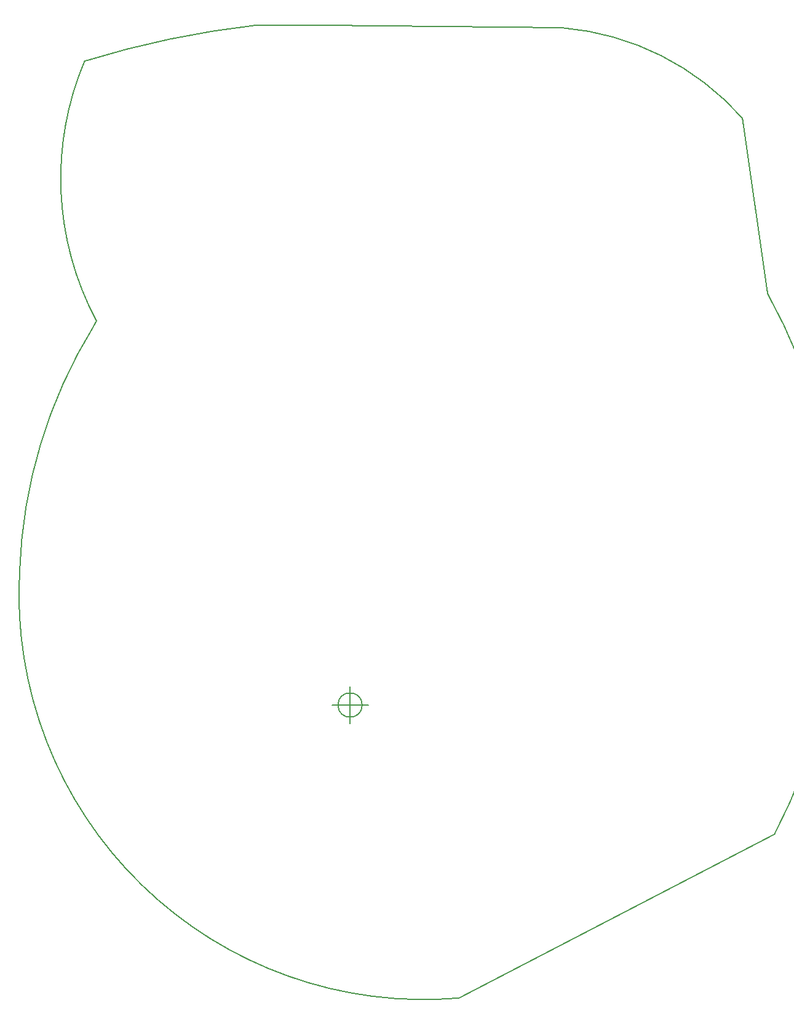
<source format=gbr>
G04 #@! TF.GenerationSoftware,KiCad,Pcbnew,(5.1.5)-3*
G04 #@! TF.CreationDate,2021-10-20T23:00:28+02:00*
G04 #@! TF.ProjectId,WFP_v2_0,5746505f-7632-45f3-902e-6b696361645f,v 0.2*
G04 #@! TF.SameCoordinates,Original*
G04 #@! TF.FileFunction,Profile,NP*
%FSLAX46Y46*%
G04 Gerber Fmt 4.6, Leading zero omitted, Abs format (unit mm)*
G04 Created by KiCad (PCBNEW (5.1.5)-3) date 2021-10-20 23:00:28*
%MOMM*%
%LPD*%
G04 APERTURE LIST*
%ADD10C,0.200000*%
%ADD11C,0.150000*%
G04 APERTURE END LIST*
D10*
X83820000Y-37338000D02*
X116916486Y-37699015D01*
D11*
X89296666Y-130810000D02*
G75*
G03X89296666Y-130810000I-1666666J0D01*
G01*
X85130000Y-130810000D02*
X90130000Y-130810000D01*
X87630000Y-128310000D02*
X87630000Y-133310000D01*
D10*
X42143068Y-112403190D02*
G75*
G02X52315000Y-78748600I68548884J-2354056D01*
G01*
X51082554Y-42275800D02*
G75*
G02X74676000Y-37338000I38105344J-123237098D01*
G01*
X102618473Y-171097431D02*
X146050000Y-148590000D01*
X52704807Y-77952703D02*
G75*
G02X51082554Y-42275800I36449192J19532704D01*
G01*
X102618473Y-171097431D02*
G75*
G02X42143068Y-112403190I-4828473J55527431D01*
G01*
X74676000Y-37338000D02*
X83820000Y-37338000D01*
X116916486Y-37699014D02*
G75*
G02X141596000Y-50072000I-3155188J-37093158D01*
G01*
X52315000Y-78748600D02*
X52704808Y-77952703D01*
X141596000Y-50072000D02*
X145079719Y-74184621D01*
X145079719Y-74184621D02*
G75*
G02X146050000Y-148590000I-68440123J-38101507D01*
G01*
M02*

</source>
